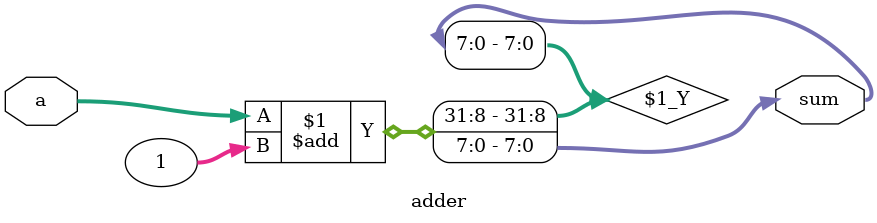
<source format=v>
module adder (
    input  [7:0] a,
    output [7:0] sum
);
    assign sum = a + 1;
endmodule

</source>
